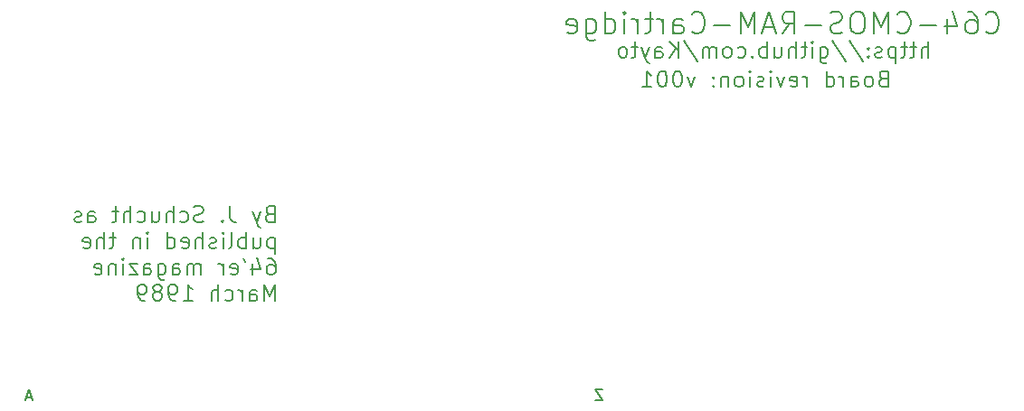
<source format=gbo>
G04 #@! TF.GenerationSoftware,KiCad,Pcbnew,(5.1.9)-1*
G04 #@! TF.CreationDate,2023-04-24T20:36:16+01:00*
G04 #@! TF.ProjectId,C64RAMCart,43363452-414d-4436-9172-742e6b696361,rev001*
G04 #@! TF.SameCoordinates,Original*
G04 #@! TF.FileFunction,Legend,Bot*
G04 #@! TF.FilePolarity,Positive*
%FSLAX46Y46*%
G04 Gerber Fmt 4.6, Leading zero omitted, Abs format (unit mm)*
G04 Created by KiCad (PCBNEW (5.1.9)-1) date 2023-04-24 20:36:16*
%MOMM*%
%LPD*%
G01*
G04 APERTURE LIST*
%ADD10C,0.200000*%
%ADD11C,0.150000*%
%ADD12O,1.702000X1.702000*%
%ADD13C,3.102000*%
%ADD14C,2.102000*%
%ADD15C,1.702000*%
%ADD16O,2.502000X2.502000*%
%ADD17O,1.802000X1.802000*%
%ADD18C,5.100000*%
%ADD19C,0.254000*%
%ADD20C,0.100000*%
G04 APERTURE END LIST*
D10*
X104902857Y-135317857D02*
X104688571Y-135389285D01*
X104617142Y-135460714D01*
X104545714Y-135603571D01*
X104545714Y-135817857D01*
X104617142Y-135960714D01*
X104688571Y-136032142D01*
X104831428Y-136103571D01*
X105402857Y-136103571D01*
X105402857Y-134603571D01*
X104902857Y-134603571D01*
X104760000Y-134675000D01*
X104688571Y-134746428D01*
X104617142Y-134889285D01*
X104617142Y-135032142D01*
X104688571Y-135175000D01*
X104760000Y-135246428D01*
X104902857Y-135317857D01*
X105402857Y-135317857D01*
X104045714Y-135103571D02*
X103688571Y-136103571D01*
X103331428Y-135103571D02*
X103688571Y-136103571D01*
X103831428Y-136460714D01*
X103902857Y-136532142D01*
X104045714Y-136603571D01*
X101188571Y-134603571D02*
X101188571Y-135675000D01*
X101260000Y-135889285D01*
X101402857Y-136032142D01*
X101617142Y-136103571D01*
X101760000Y-136103571D01*
X100474285Y-135960714D02*
X100402857Y-136032142D01*
X100474285Y-136103571D01*
X100545714Y-136032142D01*
X100474285Y-135960714D01*
X100474285Y-136103571D01*
X98688571Y-136032142D02*
X98474285Y-136103571D01*
X98117142Y-136103571D01*
X97974285Y-136032142D01*
X97902857Y-135960714D01*
X97831428Y-135817857D01*
X97831428Y-135675000D01*
X97902857Y-135532142D01*
X97974285Y-135460714D01*
X98117142Y-135389285D01*
X98402857Y-135317857D01*
X98545714Y-135246428D01*
X98617142Y-135175000D01*
X98688571Y-135032142D01*
X98688571Y-134889285D01*
X98617142Y-134746428D01*
X98545714Y-134675000D01*
X98402857Y-134603571D01*
X98045714Y-134603571D01*
X97831428Y-134675000D01*
X96545714Y-136032142D02*
X96688571Y-136103571D01*
X96974285Y-136103571D01*
X97117142Y-136032142D01*
X97188571Y-135960714D01*
X97260000Y-135817857D01*
X97260000Y-135389285D01*
X97188571Y-135246428D01*
X97117142Y-135175000D01*
X96974285Y-135103571D01*
X96688571Y-135103571D01*
X96545714Y-135175000D01*
X95902857Y-136103571D02*
X95902857Y-134603571D01*
X95260000Y-136103571D02*
X95260000Y-135317857D01*
X95331428Y-135175000D01*
X95474285Y-135103571D01*
X95688571Y-135103571D01*
X95831428Y-135175000D01*
X95902857Y-135246428D01*
X93902857Y-135103571D02*
X93902857Y-136103571D01*
X94545714Y-135103571D02*
X94545714Y-135889285D01*
X94474285Y-136032142D01*
X94331428Y-136103571D01*
X94117142Y-136103571D01*
X93974285Y-136032142D01*
X93902857Y-135960714D01*
X92545714Y-136032142D02*
X92688571Y-136103571D01*
X92974285Y-136103571D01*
X93117142Y-136032142D01*
X93188571Y-135960714D01*
X93260000Y-135817857D01*
X93260000Y-135389285D01*
X93188571Y-135246428D01*
X93117142Y-135175000D01*
X92974285Y-135103571D01*
X92688571Y-135103571D01*
X92545714Y-135175000D01*
X91902857Y-136103571D02*
X91902857Y-134603571D01*
X91260000Y-136103571D02*
X91260000Y-135317857D01*
X91331428Y-135175000D01*
X91474285Y-135103571D01*
X91688571Y-135103571D01*
X91831428Y-135175000D01*
X91902857Y-135246428D01*
X90760000Y-135103571D02*
X90188571Y-135103571D01*
X90545714Y-134603571D02*
X90545714Y-135889285D01*
X90474285Y-136032142D01*
X90331428Y-136103571D01*
X90188571Y-136103571D01*
X87902857Y-136103571D02*
X87902857Y-135317857D01*
X87974285Y-135175000D01*
X88117142Y-135103571D01*
X88402857Y-135103571D01*
X88545714Y-135175000D01*
X87902857Y-136032142D02*
X88045714Y-136103571D01*
X88402857Y-136103571D01*
X88545714Y-136032142D01*
X88617142Y-135889285D01*
X88617142Y-135746428D01*
X88545714Y-135603571D01*
X88402857Y-135532142D01*
X88045714Y-135532142D01*
X87902857Y-135460714D01*
X87260000Y-136032142D02*
X87117142Y-136103571D01*
X86831428Y-136103571D01*
X86688571Y-136032142D01*
X86617142Y-135889285D01*
X86617142Y-135817857D01*
X86688571Y-135675000D01*
X86831428Y-135603571D01*
X87045714Y-135603571D01*
X87188571Y-135532142D01*
X87260000Y-135389285D01*
X87260000Y-135317857D01*
X87188571Y-135175000D01*
X87045714Y-135103571D01*
X86831428Y-135103571D01*
X86688571Y-135175000D01*
X105402857Y-137553571D02*
X105402857Y-139053571D01*
X105402857Y-137625000D02*
X105260000Y-137553571D01*
X104974285Y-137553571D01*
X104831428Y-137625000D01*
X104760000Y-137696428D01*
X104688571Y-137839285D01*
X104688571Y-138267857D01*
X104760000Y-138410714D01*
X104831428Y-138482142D01*
X104974285Y-138553571D01*
X105260000Y-138553571D01*
X105402857Y-138482142D01*
X103402857Y-137553571D02*
X103402857Y-138553571D01*
X104045714Y-137553571D02*
X104045714Y-138339285D01*
X103974285Y-138482142D01*
X103831428Y-138553571D01*
X103617142Y-138553571D01*
X103474285Y-138482142D01*
X103402857Y-138410714D01*
X102688571Y-138553571D02*
X102688571Y-137053571D01*
X102688571Y-137625000D02*
X102545714Y-137553571D01*
X102260000Y-137553571D01*
X102117142Y-137625000D01*
X102045714Y-137696428D01*
X101974285Y-137839285D01*
X101974285Y-138267857D01*
X102045714Y-138410714D01*
X102117142Y-138482142D01*
X102260000Y-138553571D01*
X102545714Y-138553571D01*
X102688571Y-138482142D01*
X101117142Y-138553571D02*
X101260000Y-138482142D01*
X101331428Y-138339285D01*
X101331428Y-137053571D01*
X100545714Y-138553571D02*
X100545714Y-137553571D01*
X100545714Y-137053571D02*
X100617142Y-137125000D01*
X100545714Y-137196428D01*
X100474285Y-137125000D01*
X100545714Y-137053571D01*
X100545714Y-137196428D01*
X99902857Y-138482142D02*
X99760000Y-138553571D01*
X99474285Y-138553571D01*
X99331428Y-138482142D01*
X99260000Y-138339285D01*
X99260000Y-138267857D01*
X99331428Y-138125000D01*
X99474285Y-138053571D01*
X99688571Y-138053571D01*
X99831428Y-137982142D01*
X99902857Y-137839285D01*
X99902857Y-137767857D01*
X99831428Y-137625000D01*
X99688571Y-137553571D01*
X99474285Y-137553571D01*
X99331428Y-137625000D01*
X98617142Y-138553571D02*
X98617142Y-137053571D01*
X97974285Y-138553571D02*
X97974285Y-137767857D01*
X98045714Y-137625000D01*
X98188571Y-137553571D01*
X98402857Y-137553571D01*
X98545714Y-137625000D01*
X98617142Y-137696428D01*
X96688571Y-138482142D02*
X96831428Y-138553571D01*
X97117142Y-138553571D01*
X97260000Y-138482142D01*
X97331428Y-138339285D01*
X97331428Y-137767857D01*
X97260000Y-137625000D01*
X97117142Y-137553571D01*
X96831428Y-137553571D01*
X96688571Y-137625000D01*
X96617142Y-137767857D01*
X96617142Y-137910714D01*
X97331428Y-138053571D01*
X95331428Y-138553571D02*
X95331428Y-137053571D01*
X95331428Y-138482142D02*
X95474285Y-138553571D01*
X95760000Y-138553571D01*
X95902857Y-138482142D01*
X95974285Y-138410714D01*
X96045714Y-138267857D01*
X96045714Y-137839285D01*
X95974285Y-137696428D01*
X95902857Y-137625000D01*
X95760000Y-137553571D01*
X95474285Y-137553571D01*
X95331428Y-137625000D01*
X93474285Y-138553571D02*
X93474285Y-137553571D01*
X93474285Y-137053571D02*
X93545714Y-137125000D01*
X93474285Y-137196428D01*
X93402857Y-137125000D01*
X93474285Y-137053571D01*
X93474285Y-137196428D01*
X92760000Y-137553571D02*
X92760000Y-138553571D01*
X92760000Y-137696428D02*
X92688571Y-137625000D01*
X92545714Y-137553571D01*
X92331428Y-137553571D01*
X92188571Y-137625000D01*
X92117142Y-137767857D01*
X92117142Y-138553571D01*
X90474285Y-137553571D02*
X89902857Y-137553571D01*
X90260000Y-137053571D02*
X90260000Y-138339285D01*
X90188571Y-138482142D01*
X90045714Y-138553571D01*
X89902857Y-138553571D01*
X89402857Y-138553571D02*
X89402857Y-137053571D01*
X88760000Y-138553571D02*
X88760000Y-137767857D01*
X88831428Y-137625000D01*
X88974285Y-137553571D01*
X89188571Y-137553571D01*
X89331428Y-137625000D01*
X89402857Y-137696428D01*
X87474285Y-138482142D02*
X87617142Y-138553571D01*
X87902857Y-138553571D01*
X88045714Y-138482142D01*
X88117142Y-138339285D01*
X88117142Y-137767857D01*
X88045714Y-137625000D01*
X87902857Y-137553571D01*
X87617142Y-137553571D01*
X87474285Y-137625000D01*
X87402857Y-137767857D01*
X87402857Y-137910714D01*
X88117142Y-138053571D01*
X104760000Y-139503571D02*
X105045714Y-139503571D01*
X105188571Y-139575000D01*
X105260000Y-139646428D01*
X105402857Y-139860714D01*
X105474285Y-140146428D01*
X105474285Y-140717857D01*
X105402857Y-140860714D01*
X105331428Y-140932142D01*
X105188571Y-141003571D01*
X104902857Y-141003571D01*
X104760000Y-140932142D01*
X104688571Y-140860714D01*
X104617142Y-140717857D01*
X104617142Y-140360714D01*
X104688571Y-140217857D01*
X104760000Y-140146428D01*
X104902857Y-140075000D01*
X105188571Y-140075000D01*
X105331428Y-140146428D01*
X105402857Y-140217857D01*
X105474285Y-140360714D01*
X103331428Y-140003571D02*
X103331428Y-141003571D01*
X103688571Y-139432142D02*
X104045714Y-140503571D01*
X103117142Y-140503571D01*
X102474285Y-139503571D02*
X102617142Y-139789285D01*
X101260000Y-140932142D02*
X101402857Y-141003571D01*
X101688571Y-141003571D01*
X101831428Y-140932142D01*
X101902857Y-140789285D01*
X101902857Y-140217857D01*
X101831428Y-140075000D01*
X101688571Y-140003571D01*
X101402857Y-140003571D01*
X101260000Y-140075000D01*
X101188571Y-140217857D01*
X101188571Y-140360714D01*
X101902857Y-140503571D01*
X100545714Y-141003571D02*
X100545714Y-140003571D01*
X100545714Y-140289285D02*
X100474285Y-140146428D01*
X100402857Y-140075000D01*
X100260000Y-140003571D01*
X100117142Y-140003571D01*
X98474285Y-141003571D02*
X98474285Y-140003571D01*
X98474285Y-140146428D02*
X98402857Y-140075000D01*
X98260000Y-140003571D01*
X98045714Y-140003571D01*
X97902857Y-140075000D01*
X97831428Y-140217857D01*
X97831428Y-141003571D01*
X97831428Y-140217857D02*
X97760000Y-140075000D01*
X97617142Y-140003571D01*
X97402857Y-140003571D01*
X97260000Y-140075000D01*
X97188571Y-140217857D01*
X97188571Y-141003571D01*
X95831428Y-141003571D02*
X95831428Y-140217857D01*
X95902857Y-140075000D01*
X96045714Y-140003571D01*
X96331428Y-140003571D01*
X96474285Y-140075000D01*
X95831428Y-140932142D02*
X95974285Y-141003571D01*
X96331428Y-141003571D01*
X96474285Y-140932142D01*
X96545714Y-140789285D01*
X96545714Y-140646428D01*
X96474285Y-140503571D01*
X96331428Y-140432142D01*
X95974285Y-140432142D01*
X95831428Y-140360714D01*
X94474285Y-140003571D02*
X94474285Y-141217857D01*
X94545714Y-141360714D01*
X94617142Y-141432142D01*
X94760000Y-141503571D01*
X94974285Y-141503571D01*
X95117142Y-141432142D01*
X94474285Y-140932142D02*
X94617142Y-141003571D01*
X94902857Y-141003571D01*
X95045714Y-140932142D01*
X95117142Y-140860714D01*
X95188571Y-140717857D01*
X95188571Y-140289285D01*
X95117142Y-140146428D01*
X95045714Y-140075000D01*
X94902857Y-140003571D01*
X94617142Y-140003571D01*
X94474285Y-140075000D01*
X93117142Y-141003571D02*
X93117142Y-140217857D01*
X93188571Y-140075000D01*
X93331428Y-140003571D01*
X93617142Y-140003571D01*
X93760000Y-140075000D01*
X93117142Y-140932142D02*
X93260000Y-141003571D01*
X93617142Y-141003571D01*
X93760000Y-140932142D01*
X93831428Y-140789285D01*
X93831428Y-140646428D01*
X93760000Y-140503571D01*
X93617142Y-140432142D01*
X93260000Y-140432142D01*
X93117142Y-140360714D01*
X92545714Y-140003571D02*
X91760000Y-140003571D01*
X92545714Y-141003571D01*
X91760000Y-141003571D01*
X91188571Y-141003571D02*
X91188571Y-140003571D01*
X91188571Y-139503571D02*
X91260000Y-139575000D01*
X91188571Y-139646428D01*
X91117142Y-139575000D01*
X91188571Y-139503571D01*
X91188571Y-139646428D01*
X90474285Y-140003571D02*
X90474285Y-141003571D01*
X90474285Y-140146428D02*
X90402857Y-140075000D01*
X90260000Y-140003571D01*
X90045714Y-140003571D01*
X89902857Y-140075000D01*
X89831428Y-140217857D01*
X89831428Y-141003571D01*
X88545714Y-140932142D02*
X88688571Y-141003571D01*
X88974285Y-141003571D01*
X89117142Y-140932142D01*
X89188571Y-140789285D01*
X89188571Y-140217857D01*
X89117142Y-140075000D01*
X88974285Y-140003571D01*
X88688571Y-140003571D01*
X88545714Y-140075000D01*
X88474285Y-140217857D01*
X88474285Y-140360714D01*
X89188571Y-140503571D01*
X105402857Y-143453571D02*
X105402857Y-141953571D01*
X104902857Y-143025000D01*
X104402857Y-141953571D01*
X104402857Y-143453571D01*
X103045714Y-143453571D02*
X103045714Y-142667857D01*
X103117142Y-142525000D01*
X103260000Y-142453571D01*
X103545714Y-142453571D01*
X103688571Y-142525000D01*
X103045714Y-143382142D02*
X103188571Y-143453571D01*
X103545714Y-143453571D01*
X103688571Y-143382142D01*
X103760000Y-143239285D01*
X103760000Y-143096428D01*
X103688571Y-142953571D01*
X103545714Y-142882142D01*
X103188571Y-142882142D01*
X103045714Y-142810714D01*
X102331428Y-143453571D02*
X102331428Y-142453571D01*
X102331428Y-142739285D02*
X102260000Y-142596428D01*
X102188571Y-142525000D01*
X102045714Y-142453571D01*
X101902857Y-142453571D01*
X100760000Y-143382142D02*
X100902857Y-143453571D01*
X101188571Y-143453571D01*
X101331428Y-143382142D01*
X101402857Y-143310714D01*
X101474285Y-143167857D01*
X101474285Y-142739285D01*
X101402857Y-142596428D01*
X101331428Y-142525000D01*
X101188571Y-142453571D01*
X100902857Y-142453571D01*
X100760000Y-142525000D01*
X100117142Y-143453571D02*
X100117142Y-141953571D01*
X99474285Y-143453571D02*
X99474285Y-142667857D01*
X99545714Y-142525000D01*
X99688571Y-142453571D01*
X99902857Y-142453571D01*
X100045714Y-142525000D01*
X100117142Y-142596428D01*
X96831428Y-143453571D02*
X97688571Y-143453571D01*
X97260000Y-143453571D02*
X97260000Y-141953571D01*
X97402857Y-142167857D01*
X97545714Y-142310714D01*
X97688571Y-142382142D01*
X96117142Y-143453571D02*
X95831428Y-143453571D01*
X95688571Y-143382142D01*
X95617142Y-143310714D01*
X95474285Y-143096428D01*
X95402857Y-142810714D01*
X95402857Y-142239285D01*
X95474285Y-142096428D01*
X95545714Y-142025000D01*
X95688571Y-141953571D01*
X95974285Y-141953571D01*
X96117142Y-142025000D01*
X96188571Y-142096428D01*
X96260000Y-142239285D01*
X96260000Y-142596428D01*
X96188571Y-142739285D01*
X96117142Y-142810714D01*
X95974285Y-142882142D01*
X95688571Y-142882142D01*
X95545714Y-142810714D01*
X95474285Y-142739285D01*
X95402857Y-142596428D01*
X94545714Y-142596428D02*
X94688571Y-142525000D01*
X94760000Y-142453571D01*
X94831428Y-142310714D01*
X94831428Y-142239285D01*
X94760000Y-142096428D01*
X94688571Y-142025000D01*
X94545714Y-141953571D01*
X94260000Y-141953571D01*
X94117142Y-142025000D01*
X94045714Y-142096428D01*
X93974285Y-142239285D01*
X93974285Y-142310714D01*
X94045714Y-142453571D01*
X94117142Y-142525000D01*
X94260000Y-142596428D01*
X94545714Y-142596428D01*
X94688571Y-142667857D01*
X94760000Y-142739285D01*
X94831428Y-142882142D01*
X94831428Y-143167857D01*
X94760000Y-143310714D01*
X94688571Y-143382142D01*
X94545714Y-143453571D01*
X94260000Y-143453571D01*
X94117142Y-143382142D01*
X94045714Y-143310714D01*
X93974285Y-143167857D01*
X93974285Y-142882142D01*
X94045714Y-142739285D01*
X94117142Y-142667857D01*
X94260000Y-142596428D01*
X93260000Y-143453571D02*
X92974285Y-143453571D01*
X92831428Y-143382142D01*
X92760000Y-143310714D01*
X92617142Y-143096428D01*
X92545714Y-142810714D01*
X92545714Y-142239285D01*
X92617142Y-142096428D01*
X92688571Y-142025000D01*
X92831428Y-141953571D01*
X93117142Y-141953571D01*
X93260000Y-142025000D01*
X93331428Y-142096428D01*
X93402857Y-142239285D01*
X93402857Y-142596428D01*
X93331428Y-142739285D01*
X93260000Y-142810714D01*
X93117142Y-142882142D01*
X92831428Y-142882142D01*
X92688571Y-142810714D01*
X92617142Y-142739285D01*
X92545714Y-142596428D01*
X166577857Y-120678571D02*
X166577857Y-119178571D01*
X165935000Y-120678571D02*
X165935000Y-119892857D01*
X166006428Y-119750000D01*
X166149285Y-119678571D01*
X166363571Y-119678571D01*
X166506428Y-119750000D01*
X166577857Y-119821428D01*
X165435000Y-119678571D02*
X164863571Y-119678571D01*
X165220714Y-119178571D02*
X165220714Y-120464285D01*
X165149285Y-120607142D01*
X165006428Y-120678571D01*
X164863571Y-120678571D01*
X164577857Y-119678571D02*
X164006428Y-119678571D01*
X164363571Y-119178571D02*
X164363571Y-120464285D01*
X164292142Y-120607142D01*
X164149285Y-120678571D01*
X164006428Y-120678571D01*
X163506428Y-119678571D02*
X163506428Y-121178571D01*
X163506428Y-119750000D02*
X163363571Y-119678571D01*
X163077857Y-119678571D01*
X162935000Y-119750000D01*
X162863571Y-119821428D01*
X162792142Y-119964285D01*
X162792142Y-120392857D01*
X162863571Y-120535714D01*
X162935000Y-120607142D01*
X163077857Y-120678571D01*
X163363571Y-120678571D01*
X163506428Y-120607142D01*
X162220714Y-120607142D02*
X162077857Y-120678571D01*
X161792142Y-120678571D01*
X161649285Y-120607142D01*
X161577857Y-120464285D01*
X161577857Y-120392857D01*
X161649285Y-120250000D01*
X161792142Y-120178571D01*
X162006428Y-120178571D01*
X162149285Y-120107142D01*
X162220714Y-119964285D01*
X162220714Y-119892857D01*
X162149285Y-119750000D01*
X162006428Y-119678571D01*
X161792142Y-119678571D01*
X161649285Y-119750000D01*
X160935000Y-120535714D02*
X160863571Y-120607142D01*
X160935000Y-120678571D01*
X161006428Y-120607142D01*
X160935000Y-120535714D01*
X160935000Y-120678571D01*
X160935000Y-119750000D02*
X160863571Y-119821428D01*
X160935000Y-119892857D01*
X161006428Y-119821428D01*
X160935000Y-119750000D01*
X160935000Y-119892857D01*
X159149285Y-119107142D02*
X160435000Y-121035714D01*
X157577857Y-119107142D02*
X158863571Y-121035714D01*
X156435000Y-119678571D02*
X156435000Y-120892857D01*
X156506428Y-121035714D01*
X156577857Y-121107142D01*
X156720714Y-121178571D01*
X156935000Y-121178571D01*
X157077857Y-121107142D01*
X156435000Y-120607142D02*
X156577857Y-120678571D01*
X156863571Y-120678571D01*
X157006428Y-120607142D01*
X157077857Y-120535714D01*
X157149285Y-120392857D01*
X157149285Y-119964285D01*
X157077857Y-119821428D01*
X157006428Y-119750000D01*
X156863571Y-119678571D01*
X156577857Y-119678571D01*
X156435000Y-119750000D01*
X155720714Y-120678571D02*
X155720714Y-119678571D01*
X155720714Y-119178571D02*
X155792142Y-119250000D01*
X155720714Y-119321428D01*
X155649285Y-119250000D01*
X155720714Y-119178571D01*
X155720714Y-119321428D01*
X155220714Y-119678571D02*
X154649285Y-119678571D01*
X155006428Y-119178571D02*
X155006428Y-120464285D01*
X154935000Y-120607142D01*
X154792142Y-120678571D01*
X154649285Y-120678571D01*
X154149285Y-120678571D02*
X154149285Y-119178571D01*
X153506428Y-120678571D02*
X153506428Y-119892857D01*
X153577857Y-119750000D01*
X153720714Y-119678571D01*
X153935000Y-119678571D01*
X154077857Y-119750000D01*
X154149285Y-119821428D01*
X152149285Y-119678571D02*
X152149285Y-120678571D01*
X152792142Y-119678571D02*
X152792142Y-120464285D01*
X152720714Y-120607142D01*
X152577857Y-120678571D01*
X152363571Y-120678571D01*
X152220714Y-120607142D01*
X152149285Y-120535714D01*
X151435000Y-120678571D02*
X151435000Y-119178571D01*
X151435000Y-119750000D02*
X151292142Y-119678571D01*
X151006428Y-119678571D01*
X150863571Y-119750000D01*
X150792142Y-119821428D01*
X150720714Y-119964285D01*
X150720714Y-120392857D01*
X150792142Y-120535714D01*
X150863571Y-120607142D01*
X151006428Y-120678571D01*
X151292142Y-120678571D01*
X151435000Y-120607142D01*
X150077857Y-120535714D02*
X150006428Y-120607142D01*
X150077857Y-120678571D01*
X150149285Y-120607142D01*
X150077857Y-120535714D01*
X150077857Y-120678571D01*
X148720714Y-120607142D02*
X148863571Y-120678571D01*
X149149285Y-120678571D01*
X149292142Y-120607142D01*
X149363571Y-120535714D01*
X149435000Y-120392857D01*
X149435000Y-119964285D01*
X149363571Y-119821428D01*
X149292142Y-119750000D01*
X149149285Y-119678571D01*
X148863571Y-119678571D01*
X148720714Y-119750000D01*
X147863571Y-120678571D02*
X148006428Y-120607142D01*
X148077857Y-120535714D01*
X148149285Y-120392857D01*
X148149285Y-119964285D01*
X148077857Y-119821428D01*
X148006428Y-119750000D01*
X147863571Y-119678571D01*
X147649285Y-119678571D01*
X147506428Y-119750000D01*
X147435000Y-119821428D01*
X147363571Y-119964285D01*
X147363571Y-120392857D01*
X147435000Y-120535714D01*
X147506428Y-120607142D01*
X147649285Y-120678571D01*
X147863571Y-120678571D01*
X146720714Y-120678571D02*
X146720714Y-119678571D01*
X146720714Y-119821428D02*
X146649285Y-119750000D01*
X146506428Y-119678571D01*
X146292142Y-119678571D01*
X146149285Y-119750000D01*
X146077857Y-119892857D01*
X146077857Y-120678571D01*
X146077857Y-119892857D02*
X146006428Y-119750000D01*
X145863571Y-119678571D01*
X145649285Y-119678571D01*
X145506428Y-119750000D01*
X145435000Y-119892857D01*
X145435000Y-120678571D01*
X143649285Y-119107142D02*
X144935000Y-121035714D01*
X143149285Y-120678571D02*
X143149285Y-119178571D01*
X142292142Y-120678571D02*
X142935000Y-119821428D01*
X142292142Y-119178571D02*
X143149285Y-120035714D01*
X141006428Y-120678571D02*
X141006428Y-119892857D01*
X141077857Y-119750000D01*
X141220714Y-119678571D01*
X141506428Y-119678571D01*
X141649285Y-119750000D01*
X141006428Y-120607142D02*
X141149285Y-120678571D01*
X141506428Y-120678571D01*
X141649285Y-120607142D01*
X141720714Y-120464285D01*
X141720714Y-120321428D01*
X141649285Y-120178571D01*
X141506428Y-120107142D01*
X141149285Y-120107142D01*
X141006428Y-120035714D01*
X140435000Y-119678571D02*
X140077857Y-120678571D01*
X139720714Y-119678571D02*
X140077857Y-120678571D01*
X140220714Y-121035714D01*
X140292142Y-121107142D01*
X140435000Y-121178571D01*
X139363571Y-119678571D02*
X138792142Y-119678571D01*
X139149285Y-119178571D02*
X139149285Y-120464285D01*
X139077857Y-120607142D01*
X138935000Y-120678571D01*
X138792142Y-120678571D01*
X138077857Y-120678571D02*
X138220714Y-120607142D01*
X138292142Y-120535714D01*
X138363571Y-120392857D01*
X138363571Y-119964285D01*
X138292142Y-119821428D01*
X138220714Y-119750000D01*
X138077857Y-119678571D01*
X137863571Y-119678571D01*
X137720714Y-119750000D01*
X137649285Y-119821428D01*
X137577857Y-119964285D01*
X137577857Y-120392857D01*
X137649285Y-120535714D01*
X137720714Y-120607142D01*
X137863571Y-120678571D01*
X138077857Y-120678571D01*
X171940000Y-118214285D02*
X172035238Y-118309523D01*
X172320952Y-118404761D01*
X172511428Y-118404761D01*
X172797142Y-118309523D01*
X172987619Y-118119047D01*
X173082857Y-117928571D01*
X173178095Y-117547619D01*
X173178095Y-117261904D01*
X173082857Y-116880952D01*
X172987619Y-116690476D01*
X172797142Y-116500000D01*
X172511428Y-116404761D01*
X172320952Y-116404761D01*
X172035238Y-116500000D01*
X171940000Y-116595238D01*
X170225714Y-116404761D02*
X170606666Y-116404761D01*
X170797142Y-116500000D01*
X170892380Y-116595238D01*
X171082857Y-116880952D01*
X171178095Y-117261904D01*
X171178095Y-118023809D01*
X171082857Y-118214285D01*
X170987619Y-118309523D01*
X170797142Y-118404761D01*
X170416190Y-118404761D01*
X170225714Y-118309523D01*
X170130476Y-118214285D01*
X170035238Y-118023809D01*
X170035238Y-117547619D01*
X170130476Y-117357142D01*
X170225714Y-117261904D01*
X170416190Y-117166666D01*
X170797142Y-117166666D01*
X170987619Y-117261904D01*
X171082857Y-117357142D01*
X171178095Y-117547619D01*
X168320952Y-117071428D02*
X168320952Y-118404761D01*
X168797142Y-116309523D02*
X169273333Y-117738095D01*
X168035238Y-117738095D01*
X167273333Y-117642857D02*
X165749523Y-117642857D01*
X163654285Y-118214285D02*
X163749523Y-118309523D01*
X164035238Y-118404761D01*
X164225714Y-118404761D01*
X164511428Y-118309523D01*
X164701904Y-118119047D01*
X164797142Y-117928571D01*
X164892380Y-117547619D01*
X164892380Y-117261904D01*
X164797142Y-116880952D01*
X164701904Y-116690476D01*
X164511428Y-116500000D01*
X164225714Y-116404761D01*
X164035238Y-116404761D01*
X163749523Y-116500000D01*
X163654285Y-116595238D01*
X162797142Y-118404761D02*
X162797142Y-116404761D01*
X162130476Y-117833333D01*
X161463809Y-116404761D01*
X161463809Y-118404761D01*
X160130476Y-116404761D02*
X159749523Y-116404761D01*
X159559047Y-116500000D01*
X159368571Y-116690476D01*
X159273333Y-117071428D01*
X159273333Y-117738095D01*
X159368571Y-118119047D01*
X159559047Y-118309523D01*
X159749523Y-118404761D01*
X160130476Y-118404761D01*
X160320952Y-118309523D01*
X160511428Y-118119047D01*
X160606666Y-117738095D01*
X160606666Y-117071428D01*
X160511428Y-116690476D01*
X160320952Y-116500000D01*
X160130476Y-116404761D01*
X158511428Y-118309523D02*
X158225714Y-118404761D01*
X157749523Y-118404761D01*
X157559047Y-118309523D01*
X157463809Y-118214285D01*
X157368571Y-118023809D01*
X157368571Y-117833333D01*
X157463809Y-117642857D01*
X157559047Y-117547619D01*
X157749523Y-117452380D01*
X158130476Y-117357142D01*
X158320952Y-117261904D01*
X158416190Y-117166666D01*
X158511428Y-116976190D01*
X158511428Y-116785714D01*
X158416190Y-116595238D01*
X158320952Y-116500000D01*
X158130476Y-116404761D01*
X157654285Y-116404761D01*
X157368571Y-116500000D01*
X156511428Y-117642857D02*
X154987619Y-117642857D01*
X152892380Y-118404761D02*
X153559047Y-117452380D01*
X154035238Y-118404761D02*
X154035238Y-116404761D01*
X153273333Y-116404761D01*
X153082857Y-116500000D01*
X152987619Y-116595238D01*
X152892380Y-116785714D01*
X152892380Y-117071428D01*
X152987619Y-117261904D01*
X153082857Y-117357142D01*
X153273333Y-117452380D01*
X154035238Y-117452380D01*
X152130476Y-117833333D02*
X151178095Y-117833333D01*
X152320952Y-118404761D02*
X151654285Y-116404761D01*
X150987619Y-118404761D01*
X150320952Y-118404761D02*
X150320952Y-116404761D01*
X149654285Y-117833333D01*
X148987619Y-116404761D01*
X148987619Y-118404761D01*
X148035238Y-117642857D02*
X146511428Y-117642857D01*
X144416190Y-118214285D02*
X144511428Y-118309523D01*
X144797142Y-118404761D01*
X144987619Y-118404761D01*
X145273333Y-118309523D01*
X145463809Y-118119047D01*
X145559047Y-117928571D01*
X145654285Y-117547619D01*
X145654285Y-117261904D01*
X145559047Y-116880952D01*
X145463809Y-116690476D01*
X145273333Y-116500000D01*
X144987619Y-116404761D01*
X144797142Y-116404761D01*
X144511428Y-116500000D01*
X144416190Y-116595238D01*
X142701904Y-118404761D02*
X142701904Y-117357142D01*
X142797142Y-117166666D01*
X142987619Y-117071428D01*
X143368571Y-117071428D01*
X143559047Y-117166666D01*
X142701904Y-118309523D02*
X142892380Y-118404761D01*
X143368571Y-118404761D01*
X143559047Y-118309523D01*
X143654285Y-118119047D01*
X143654285Y-117928571D01*
X143559047Y-117738095D01*
X143368571Y-117642857D01*
X142892380Y-117642857D01*
X142701904Y-117547619D01*
X141749523Y-118404761D02*
X141749523Y-117071428D01*
X141749523Y-117452380D02*
X141654285Y-117261904D01*
X141559047Y-117166666D01*
X141368571Y-117071428D01*
X141178095Y-117071428D01*
X140797142Y-117071428D02*
X140035238Y-117071428D01*
X140511428Y-116404761D02*
X140511428Y-118119047D01*
X140416190Y-118309523D01*
X140225714Y-118404761D01*
X140035238Y-118404761D01*
X139368571Y-118404761D02*
X139368571Y-117071428D01*
X139368571Y-117452380D02*
X139273333Y-117261904D01*
X139178095Y-117166666D01*
X138987619Y-117071428D01*
X138797142Y-117071428D01*
X138130476Y-118404761D02*
X138130476Y-117071428D01*
X138130476Y-116404761D02*
X138225714Y-116500000D01*
X138130476Y-116595238D01*
X138035238Y-116500000D01*
X138130476Y-116404761D01*
X138130476Y-116595238D01*
X136320952Y-118404761D02*
X136320952Y-116404761D01*
X136320952Y-118309523D02*
X136511428Y-118404761D01*
X136892380Y-118404761D01*
X137082857Y-118309523D01*
X137178095Y-118214285D01*
X137273333Y-118023809D01*
X137273333Y-117452380D01*
X137178095Y-117261904D01*
X137082857Y-117166666D01*
X136892380Y-117071428D01*
X136511428Y-117071428D01*
X136320952Y-117166666D01*
X134511428Y-117071428D02*
X134511428Y-118690476D01*
X134606666Y-118880952D01*
X134701904Y-118976190D01*
X134892380Y-119071428D01*
X135178095Y-119071428D01*
X135368571Y-118976190D01*
X134511428Y-118309523D02*
X134701904Y-118404761D01*
X135082857Y-118404761D01*
X135273333Y-118309523D01*
X135368571Y-118214285D01*
X135463809Y-118023809D01*
X135463809Y-117452380D01*
X135368571Y-117261904D01*
X135273333Y-117166666D01*
X135082857Y-117071428D01*
X134701904Y-117071428D01*
X134511428Y-117166666D01*
X132797142Y-118309523D02*
X132987619Y-118404761D01*
X133368571Y-118404761D01*
X133559047Y-118309523D01*
X133654285Y-118119047D01*
X133654285Y-117357142D01*
X133559047Y-117166666D01*
X133368571Y-117071428D01*
X132987619Y-117071428D01*
X132797142Y-117166666D01*
X132701904Y-117357142D01*
X132701904Y-117547619D01*
X133654285Y-117738095D01*
X162302857Y-122642857D02*
X162088571Y-122714285D01*
X162017142Y-122785714D01*
X161945714Y-122928571D01*
X161945714Y-123142857D01*
X162017142Y-123285714D01*
X162088571Y-123357142D01*
X162231428Y-123428571D01*
X162802857Y-123428571D01*
X162802857Y-121928571D01*
X162302857Y-121928571D01*
X162160000Y-122000000D01*
X162088571Y-122071428D01*
X162017142Y-122214285D01*
X162017142Y-122357142D01*
X162088571Y-122500000D01*
X162160000Y-122571428D01*
X162302857Y-122642857D01*
X162802857Y-122642857D01*
X161088571Y-123428571D02*
X161231428Y-123357142D01*
X161302857Y-123285714D01*
X161374285Y-123142857D01*
X161374285Y-122714285D01*
X161302857Y-122571428D01*
X161231428Y-122500000D01*
X161088571Y-122428571D01*
X160874285Y-122428571D01*
X160731428Y-122500000D01*
X160660000Y-122571428D01*
X160588571Y-122714285D01*
X160588571Y-123142857D01*
X160660000Y-123285714D01*
X160731428Y-123357142D01*
X160874285Y-123428571D01*
X161088571Y-123428571D01*
X159302857Y-123428571D02*
X159302857Y-122642857D01*
X159374285Y-122500000D01*
X159517142Y-122428571D01*
X159802857Y-122428571D01*
X159945714Y-122500000D01*
X159302857Y-123357142D02*
X159445714Y-123428571D01*
X159802857Y-123428571D01*
X159945714Y-123357142D01*
X160017142Y-123214285D01*
X160017142Y-123071428D01*
X159945714Y-122928571D01*
X159802857Y-122857142D01*
X159445714Y-122857142D01*
X159302857Y-122785714D01*
X158588571Y-123428571D02*
X158588571Y-122428571D01*
X158588571Y-122714285D02*
X158517142Y-122571428D01*
X158445714Y-122500000D01*
X158302857Y-122428571D01*
X158160000Y-122428571D01*
X157017142Y-123428571D02*
X157017142Y-121928571D01*
X157017142Y-123357142D02*
X157160000Y-123428571D01*
X157445714Y-123428571D01*
X157588571Y-123357142D01*
X157660000Y-123285714D01*
X157731428Y-123142857D01*
X157731428Y-122714285D01*
X157660000Y-122571428D01*
X157588571Y-122500000D01*
X157445714Y-122428571D01*
X157160000Y-122428571D01*
X157017142Y-122500000D01*
X155160000Y-123428571D02*
X155160000Y-122428571D01*
X155160000Y-122714285D02*
X155088571Y-122571428D01*
X155017142Y-122500000D01*
X154874285Y-122428571D01*
X154731428Y-122428571D01*
X153660000Y-123357142D02*
X153802857Y-123428571D01*
X154088571Y-123428571D01*
X154231428Y-123357142D01*
X154302857Y-123214285D01*
X154302857Y-122642857D01*
X154231428Y-122500000D01*
X154088571Y-122428571D01*
X153802857Y-122428571D01*
X153660000Y-122500000D01*
X153588571Y-122642857D01*
X153588571Y-122785714D01*
X154302857Y-122928571D01*
X153088571Y-122428571D02*
X152731428Y-123428571D01*
X152374285Y-122428571D01*
X151802857Y-123428571D02*
X151802857Y-122428571D01*
X151802857Y-121928571D02*
X151874285Y-122000000D01*
X151802857Y-122071428D01*
X151731428Y-122000000D01*
X151802857Y-121928571D01*
X151802857Y-122071428D01*
X151160000Y-123357142D02*
X151017142Y-123428571D01*
X150731428Y-123428571D01*
X150588571Y-123357142D01*
X150517142Y-123214285D01*
X150517142Y-123142857D01*
X150588571Y-123000000D01*
X150731428Y-122928571D01*
X150945714Y-122928571D01*
X151088571Y-122857142D01*
X151160000Y-122714285D01*
X151160000Y-122642857D01*
X151088571Y-122500000D01*
X150945714Y-122428571D01*
X150731428Y-122428571D01*
X150588571Y-122500000D01*
X149874285Y-123428571D02*
X149874285Y-122428571D01*
X149874285Y-121928571D02*
X149945714Y-122000000D01*
X149874285Y-122071428D01*
X149802857Y-122000000D01*
X149874285Y-121928571D01*
X149874285Y-122071428D01*
X148945714Y-123428571D02*
X149088571Y-123357142D01*
X149160000Y-123285714D01*
X149231428Y-123142857D01*
X149231428Y-122714285D01*
X149160000Y-122571428D01*
X149088571Y-122500000D01*
X148945714Y-122428571D01*
X148731428Y-122428571D01*
X148588571Y-122500000D01*
X148517142Y-122571428D01*
X148445714Y-122714285D01*
X148445714Y-123142857D01*
X148517142Y-123285714D01*
X148588571Y-123357142D01*
X148731428Y-123428571D01*
X148945714Y-123428571D01*
X147802857Y-122428571D02*
X147802857Y-123428571D01*
X147802857Y-122571428D02*
X147731428Y-122500000D01*
X147588571Y-122428571D01*
X147374285Y-122428571D01*
X147231428Y-122500000D01*
X147160000Y-122642857D01*
X147160000Y-123428571D01*
X146445714Y-123285714D02*
X146374285Y-123357142D01*
X146445714Y-123428571D01*
X146517142Y-123357142D01*
X146445714Y-123285714D01*
X146445714Y-123428571D01*
X146445714Y-122500000D02*
X146374285Y-122571428D01*
X146445714Y-122642857D01*
X146517142Y-122571428D01*
X146445714Y-122500000D01*
X146445714Y-122642857D01*
X144731428Y-122428571D02*
X144374285Y-123428571D01*
X144017142Y-122428571D01*
X143160000Y-121928571D02*
X143017142Y-121928571D01*
X142874285Y-122000000D01*
X142802857Y-122071428D01*
X142731428Y-122214285D01*
X142660000Y-122500000D01*
X142660000Y-122857142D01*
X142731428Y-123142857D01*
X142802857Y-123285714D01*
X142874285Y-123357142D01*
X143017142Y-123428571D01*
X143160000Y-123428571D01*
X143302857Y-123357142D01*
X143374285Y-123285714D01*
X143445714Y-123142857D01*
X143517142Y-122857142D01*
X143517142Y-122500000D01*
X143445714Y-122214285D01*
X143374285Y-122071428D01*
X143302857Y-122000000D01*
X143160000Y-121928571D01*
X141731428Y-121928571D02*
X141588571Y-121928571D01*
X141445714Y-122000000D01*
X141374285Y-122071428D01*
X141302857Y-122214285D01*
X141231428Y-122500000D01*
X141231428Y-122857142D01*
X141302857Y-123142857D01*
X141374285Y-123285714D01*
X141445714Y-123357142D01*
X141588571Y-123428571D01*
X141731428Y-123428571D01*
X141874285Y-123357142D01*
X141945714Y-123285714D01*
X142017142Y-123142857D01*
X142088571Y-122857142D01*
X142088571Y-122500000D01*
X142017142Y-122214285D01*
X141945714Y-122071428D01*
X141874285Y-122000000D01*
X141731428Y-121928571D01*
X139802857Y-123428571D02*
X140660000Y-123428571D01*
X140231428Y-123428571D02*
X140231428Y-121928571D01*
X140374285Y-122142857D01*
X140517142Y-122285714D01*
X140660000Y-122357142D01*
D11*
X82603095Y-152518666D02*
X82126904Y-152518666D01*
X82698333Y-152804380D02*
X82365000Y-151804380D01*
X82031666Y-152804380D01*
X136038333Y-151804380D02*
X135371666Y-151804380D01*
X136038333Y-152804380D01*
X135371666Y-152804380D01*
%LPC*%
D12*
X106104001Y-30470001D03*
X139124001Y-45710001D03*
X108644001Y-30470001D03*
X136584001Y-45710001D03*
X111184001Y-30470001D03*
X134044001Y-45710001D03*
X113724001Y-30470001D03*
X131504001Y-45710001D03*
X116264001Y-30470001D03*
X128964001Y-45710001D03*
X118804001Y-30470001D03*
X126424001Y-45710001D03*
X121344001Y-30470001D03*
X123884001Y-45710001D03*
X123884001Y-30470001D03*
X121344001Y-45710001D03*
X126424001Y-30470001D03*
X118804001Y-45710001D03*
X128964001Y-30470001D03*
X116264001Y-45710001D03*
X131504001Y-30470001D03*
X113724001Y-45710001D03*
X134044001Y-30470001D03*
X111184001Y-45710001D03*
X136584001Y-30470001D03*
X108644001Y-45710001D03*
X139124001Y-30470001D03*
G36*
G01*
X106904001Y-46561001D02*
X105304001Y-46561001D01*
G75*
G02*
X105253001Y-46510001I0J51000D01*
G01*
X105253001Y-44910001D01*
G75*
G02*
X105304001Y-44859001I51000J0D01*
G01*
X106904001Y-44859001D01*
G75*
G02*
X106955001Y-44910001I0J-51000D01*
G01*
X106955001Y-46510001D01*
G75*
G02*
X106904001Y-46561001I-51000J0D01*
G01*
G37*
X157822998Y-30470001D03*
X190842998Y-45710001D03*
X160362998Y-30470001D03*
X188302998Y-45710001D03*
X162902998Y-30470001D03*
X185762998Y-45710001D03*
X165442998Y-30470001D03*
X183222998Y-45710001D03*
X167982998Y-30470001D03*
X180682998Y-45710001D03*
X170522998Y-30470001D03*
X178142998Y-45710001D03*
X173062998Y-30470001D03*
X175602998Y-45710001D03*
X175602998Y-30470001D03*
X173062998Y-45710001D03*
X178142998Y-30470001D03*
X170522998Y-45710001D03*
X180682998Y-30470001D03*
X167982998Y-45710001D03*
X183222998Y-30470001D03*
X165442998Y-45710001D03*
X185762998Y-30470001D03*
X162902998Y-45710001D03*
X188302998Y-30470001D03*
X160362998Y-45710001D03*
X190842998Y-30470001D03*
G36*
G01*
X158622998Y-46561001D02*
X157022998Y-46561001D01*
G75*
G02*
X156971998Y-46510001I0J51000D01*
G01*
X156971998Y-44910001D01*
G75*
G02*
X157022998Y-44859001I51000J0D01*
G01*
X158622998Y-44859001D01*
G75*
G02*
X158673998Y-44910001I0J-51000D01*
G01*
X158673998Y-46510001D01*
G75*
G02*
X158622998Y-46561001I-51000J0D01*
G01*
G37*
X118269999Y-87475000D03*
X115729999Y-87475000D03*
X113189999Y-87475000D03*
X110649999Y-87475000D03*
X108109999Y-87475000D03*
X105569999Y-87475000D03*
X103029999Y-87475000D03*
X100489999Y-87475000D03*
G36*
G01*
X97098999Y-88275000D02*
X97098999Y-86675000D01*
G75*
G02*
X97149999Y-86624000I51000J0D01*
G01*
X98749999Y-86624000D01*
G75*
G02*
X98800999Y-86675000I0J-51000D01*
G01*
X98800999Y-88275000D01*
G75*
G02*
X98749999Y-88326000I-51000J0D01*
G01*
X97149999Y-88326000D01*
G75*
G02*
X97098999Y-88275000I0J51000D01*
G01*
G37*
G36*
G01*
X214930000Y-117970000D02*
X214930000Y-120970000D01*
G75*
G02*
X214879000Y-121021000I-51000J0D01*
G01*
X211879000Y-121021000D01*
G75*
G02*
X211828000Y-120970000I0J51000D01*
G01*
X211828000Y-117970000D01*
G75*
G02*
X211879000Y-117919000I51000J0D01*
G01*
X214879000Y-117919000D01*
G75*
G02*
X214930000Y-117970000I0J-51000D01*
G01*
G37*
D13*
X192889000Y-119470000D03*
D14*
X199744000Y-38080000D03*
X199744000Y-33580000D03*
X206244000Y-38080000D03*
X206244000Y-33580000D03*
D15*
X85879000Y-47420000D03*
X90879000Y-47420000D03*
X119819000Y-114215000D03*
X124819000Y-114215000D03*
D16*
X200769000Y-100470000D03*
G36*
G01*
X212180000Y-99270000D02*
X212180000Y-101670000D01*
G75*
G02*
X212129000Y-101721000I-51000J0D01*
G01*
X209729000Y-101721000D01*
G75*
G02*
X209678000Y-101670000I0J51000D01*
G01*
X209678000Y-99270000D01*
G75*
G02*
X209729000Y-99219000I51000J0D01*
G01*
X212129000Y-99219000D01*
G75*
G02*
X212180000Y-99270000I0J-51000D01*
G01*
G37*
G36*
G01*
X176879000Y-124996000D02*
X174479000Y-124996000D01*
G75*
G02*
X174428000Y-124945000I0J51000D01*
G01*
X174428000Y-122545000D01*
G75*
G02*
X174479000Y-122494000I51000J0D01*
G01*
X176879000Y-122494000D01*
G75*
G02*
X176930000Y-122545000I0J-51000D01*
G01*
X176930000Y-124945000D01*
G75*
G02*
X176879000Y-124996000I-51000J0D01*
G01*
G37*
X175679000Y-113585000D03*
D15*
X182754000Y-122645000D03*
D12*
X182754000Y-115025000D03*
G36*
G01*
X204124000Y-90071000D02*
X202424000Y-90071000D01*
G75*
G02*
X202373000Y-90020000I0J51000D01*
G01*
X202373000Y-88320000D01*
G75*
G02*
X202424000Y-88269000I51000J0D01*
G01*
X204124000Y-88269000D01*
G75*
G02*
X204175000Y-88320000I0J-51000D01*
G01*
X204175000Y-90020000D01*
G75*
G02*
X204124000Y-90071000I-51000J0D01*
G01*
G37*
D17*
X205814000Y-89170000D03*
X208354000Y-89170000D03*
G36*
G01*
X96619000Y-125136000D02*
X95019000Y-125136000D01*
G75*
G02*
X94968000Y-125085000I0J51000D01*
G01*
X94968000Y-123485000D01*
G75*
G02*
X95019000Y-123434000I51000J0D01*
G01*
X96619000Y-123434000D01*
G75*
G02*
X96670000Y-123485000I0J-51000D01*
G01*
X96670000Y-125085000D01*
G75*
G02*
X96619000Y-125136000I-51000J0D01*
G01*
G37*
D12*
X111059000Y-116665000D03*
X98359000Y-124285000D03*
X108519000Y-116665000D03*
X100899000Y-124285000D03*
X105979000Y-116665000D03*
X103439000Y-124285000D03*
X103439000Y-116665000D03*
X105979000Y-124285000D03*
X100899000Y-116665000D03*
X108519000Y-124285000D03*
X98359000Y-116665000D03*
X111059000Y-124285000D03*
X95819000Y-116665000D03*
D15*
X119819000Y-119195000D03*
X124819000Y-119195000D03*
D12*
X212679000Y-113340000D03*
D15*
X212679000Y-105720000D03*
X84879000Y-80720000D03*
D12*
X92499000Y-80720000D03*
G36*
G01*
X97539000Y-81456000D02*
X95939000Y-81456000D01*
G75*
G02*
X95888000Y-81405000I0J51000D01*
G01*
X95888000Y-79805000D01*
G75*
G02*
X95939000Y-79754000I51000J0D01*
G01*
X97539000Y-79754000D01*
G75*
G02*
X97590000Y-79805000I0J-51000D01*
G01*
X97590000Y-81405000D01*
G75*
G02*
X97539000Y-81456000I-51000J0D01*
G01*
G37*
X96739000Y-78065000D03*
X96739000Y-75525000D03*
X96739000Y-72985000D03*
X96739000Y-70445000D03*
X96739000Y-67905000D03*
X96739000Y-65365000D03*
X96739000Y-62825000D03*
X96739000Y-60285000D03*
D17*
X91960000Y-33580000D03*
X94500000Y-33580000D03*
G36*
G01*
X96190000Y-32679000D02*
X97890000Y-32679000D01*
G75*
G02*
X97941000Y-32730000I0J-51000D01*
G01*
X97941000Y-34430000D01*
G75*
G02*
X97890000Y-34481000I-51000J0D01*
G01*
X96190000Y-34481000D01*
G75*
G02*
X96139000Y-34430000I0J51000D01*
G01*
X96139000Y-32730000D01*
G75*
G02*
X96190000Y-32679000I51000J0D01*
G01*
G37*
G36*
G01*
X83778000Y-58545000D02*
X83778000Y-56945000D01*
G75*
G02*
X83829000Y-56894000I51000J0D01*
G01*
X85429000Y-56894000D01*
G75*
G02*
X85480000Y-56945000I0J-51000D01*
G01*
X85480000Y-58545000D01*
G75*
G02*
X85429000Y-58596000I-51000J0D01*
G01*
X83829000Y-58596000D01*
G75*
G02*
X83778000Y-58545000I0J51000D01*
G01*
G37*
D12*
X92249000Y-75525000D03*
X84629000Y-60285000D03*
X92249000Y-72985000D03*
X84629000Y-62825000D03*
X92249000Y-70445000D03*
X84629000Y-65365000D03*
X92249000Y-67905000D03*
X84629000Y-67905000D03*
X92249000Y-65365000D03*
X84629000Y-70445000D03*
X92249000Y-62825000D03*
X84629000Y-72985000D03*
X92249000Y-60285000D03*
X84629000Y-75525000D03*
X92249000Y-57745000D03*
G36*
G01*
X135409000Y-126636000D02*
X133809000Y-126636000D01*
G75*
G02*
X133758000Y-126585000I0J51000D01*
G01*
X133758000Y-124985000D01*
G75*
G02*
X133809000Y-124934000I51000J0D01*
G01*
X135409000Y-124934000D01*
G75*
G02*
X135460000Y-124985000I0J-51000D01*
G01*
X135460000Y-126585000D01*
G75*
G02*
X135409000Y-126636000I-51000J0D01*
G01*
G37*
X167629000Y-110545000D03*
X137149000Y-125785000D03*
X165089000Y-110545000D03*
X139689000Y-125785000D03*
X162549000Y-110545000D03*
X142229000Y-125785000D03*
X160009000Y-110545000D03*
X144769000Y-125785000D03*
X157469000Y-110545000D03*
X147309000Y-125785000D03*
X154929000Y-110545000D03*
X149849000Y-125785000D03*
X152389000Y-110545000D03*
X152389000Y-125785000D03*
X149849000Y-110545000D03*
X154929000Y-125785000D03*
X147309000Y-110545000D03*
X157469000Y-125785000D03*
X144769000Y-110545000D03*
X160009000Y-125785000D03*
X142229000Y-110545000D03*
X162549000Y-125785000D03*
X139689000Y-110545000D03*
X165089000Y-125785000D03*
X137149000Y-110545000D03*
X167629000Y-125785000D03*
X134609000Y-110545000D03*
G36*
G01*
X137789999Y-90169000D02*
X139389999Y-90169000D01*
G75*
G02*
X139440999Y-90220000I0J-51000D01*
G01*
X139440999Y-91820000D01*
G75*
G02*
X139389999Y-91871000I-51000J0D01*
G01*
X137789999Y-91871000D01*
G75*
G02*
X137738999Y-91820000I0J51000D01*
G01*
X137738999Y-90220000D01*
G75*
G02*
X137789999Y-90169000I51000J0D01*
G01*
G37*
X90329999Y-106260000D03*
X136049999Y-91020000D03*
X92869999Y-106260000D03*
X133509999Y-91020000D03*
X95409999Y-106260000D03*
X130969999Y-91020000D03*
X97949999Y-106260000D03*
X128429999Y-91020000D03*
X100489999Y-106260000D03*
X125889999Y-91020000D03*
X103029999Y-106260000D03*
X123349999Y-91020000D03*
X105569999Y-106260000D03*
X120809999Y-91020000D03*
X108109999Y-106260000D03*
X118269999Y-91020000D03*
X110649999Y-106260000D03*
X115729999Y-91020000D03*
X113189999Y-106260000D03*
X113189999Y-91020000D03*
X115729999Y-106260000D03*
X110649999Y-91020000D03*
X118269999Y-106260000D03*
X108109999Y-91020000D03*
X120809999Y-106260000D03*
X105569999Y-91020000D03*
X123349999Y-106260000D03*
X103029999Y-91020000D03*
X125889999Y-106260000D03*
X100489999Y-91020000D03*
X128429999Y-106260000D03*
X97949999Y-91020000D03*
X130969999Y-106260000D03*
X95409999Y-91020000D03*
X133509999Y-106260000D03*
X92869999Y-91020000D03*
X136049999Y-106260000D03*
X90329999Y-91020000D03*
X138589999Y-106260000D03*
X193029000Y-106260000D03*
X144769000Y-91020000D03*
X190489000Y-106260000D03*
X147309000Y-91020000D03*
X187949000Y-106260000D03*
X149849000Y-91020000D03*
X185409000Y-106260000D03*
X152389000Y-91020000D03*
X182869000Y-106260000D03*
X154929000Y-91020000D03*
X180329000Y-106260000D03*
X157469000Y-91020000D03*
X177789000Y-106260000D03*
X160009000Y-91020000D03*
X175249000Y-106260000D03*
X162549000Y-91020000D03*
X172709000Y-106260000D03*
X165089000Y-91020000D03*
X170169000Y-106260000D03*
X167629000Y-91020000D03*
X167629000Y-106260000D03*
X170169000Y-91020000D03*
X165089000Y-106260000D03*
X172709000Y-91020000D03*
X162549000Y-106260000D03*
X175249000Y-91020000D03*
X160009000Y-106260000D03*
X177789000Y-91020000D03*
X157469000Y-106260000D03*
X180329000Y-91020000D03*
X154929000Y-106260000D03*
X182869000Y-91020000D03*
X152389000Y-106260000D03*
X185409000Y-91020000D03*
X149849000Y-106260000D03*
X187949000Y-91020000D03*
X147309000Y-106260000D03*
X190489000Y-91020000D03*
X144769000Y-106260000D03*
G36*
G01*
X192229000Y-90169000D02*
X193829000Y-90169000D01*
G75*
G02*
X193880000Y-90220000I0J-51000D01*
G01*
X193880000Y-91820000D01*
G75*
G02*
X193829000Y-91871000I-51000J0D01*
G01*
X192229000Y-91871000D01*
G75*
G02*
X192178000Y-91820000I0J51000D01*
G01*
X192178000Y-90220000D01*
G75*
G02*
X192229000Y-90169000I51000J0D01*
G01*
G37*
G36*
G01*
X100173001Y-51050001D02*
X100173001Y-49450001D01*
G75*
G02*
X100224001Y-49399001I51000J0D01*
G01*
X101824001Y-49399001D01*
G75*
G02*
X101875001Y-49450001I0J-51000D01*
G01*
X101875001Y-51050001D01*
G75*
G02*
X101824001Y-51101001I-51000J0D01*
G01*
X100224001Y-51101001D01*
G75*
G02*
X100173001Y-51050001I0J51000D01*
G01*
G37*
X116264001Y-83270001D03*
X101024001Y-52790001D03*
X116264001Y-80730001D03*
X101024001Y-55330001D03*
X116264001Y-78190001D03*
X101024001Y-57870001D03*
X116264001Y-75650001D03*
X101024001Y-60410001D03*
X116264001Y-73110001D03*
X101024001Y-62950001D03*
X116264001Y-70570001D03*
X101024001Y-65490001D03*
X116264001Y-68030001D03*
X101024001Y-68030001D03*
X116264001Y-65490001D03*
X101024001Y-70570001D03*
X116264001Y-62950001D03*
X101024001Y-73110001D03*
X116264001Y-60410001D03*
X101024001Y-75650001D03*
X116264001Y-57870001D03*
X101024001Y-78190001D03*
X116264001Y-55330001D03*
X101024001Y-80730001D03*
X116264001Y-52790001D03*
X101024001Y-83270001D03*
X116264001Y-50250001D03*
X135197000Y-50250001D03*
X119957000Y-83270001D03*
X135197000Y-52790001D03*
X119957000Y-80730001D03*
X135197000Y-55330001D03*
X119957000Y-78190001D03*
X135197000Y-57870001D03*
X119957000Y-75650001D03*
X135197000Y-60410001D03*
X119957000Y-73110001D03*
X135197000Y-62950001D03*
X119957000Y-70570001D03*
X135197000Y-65490001D03*
X119957000Y-68030001D03*
X135197000Y-68030001D03*
X119957000Y-65490001D03*
X135197000Y-70570001D03*
X119957000Y-62950001D03*
X135197000Y-73110001D03*
X119957000Y-60410001D03*
X135197000Y-75650001D03*
X119957000Y-57870001D03*
X135197000Y-78190001D03*
X119957000Y-55330001D03*
X135197000Y-80730001D03*
X119957000Y-52790001D03*
X135197000Y-83270001D03*
G36*
G01*
X119106000Y-51050001D02*
X119106000Y-49450001D01*
G75*
G02*
X119157000Y-49399001I51000J0D01*
G01*
X120757000Y-49399001D01*
G75*
G02*
X120808000Y-49450001I0J-51000D01*
G01*
X120808000Y-51050001D01*
G75*
G02*
X120757000Y-51101001I-51000J0D01*
G01*
X119157000Y-51101001D01*
G75*
G02*
X119106000Y-51050001I0J51000D01*
G01*
G37*
G36*
G01*
X138038999Y-51050001D02*
X138038999Y-49450001D01*
G75*
G02*
X138089999Y-49399001I51000J0D01*
G01*
X139689999Y-49399001D01*
G75*
G02*
X139740999Y-49450001I0J-51000D01*
G01*
X139740999Y-51050001D01*
G75*
G02*
X139689999Y-51101001I-51000J0D01*
G01*
X138089999Y-51101001D01*
G75*
G02*
X138038999Y-51050001I0J51000D01*
G01*
G37*
X154129999Y-83270001D03*
X138889999Y-52790001D03*
X154129999Y-80730001D03*
X138889999Y-55330001D03*
X154129999Y-78190001D03*
X138889999Y-57870001D03*
X154129999Y-75650001D03*
X138889999Y-60410001D03*
X154129999Y-73110001D03*
X138889999Y-62950001D03*
X154129999Y-70570001D03*
X138889999Y-65490001D03*
X154129999Y-68030001D03*
X138889999Y-68030001D03*
X154129999Y-65490001D03*
X138889999Y-70570001D03*
X154129999Y-62950001D03*
X138889999Y-73110001D03*
X154129999Y-60410001D03*
X138889999Y-75650001D03*
X154129999Y-57870001D03*
X138889999Y-78190001D03*
X154129999Y-55330001D03*
X138889999Y-80730001D03*
X154129999Y-52790001D03*
X138889999Y-83270001D03*
X154129999Y-50250001D03*
X173062998Y-50250001D03*
X157822998Y-83270001D03*
X173062998Y-52790001D03*
X157822998Y-80730001D03*
X173062998Y-55330001D03*
X157822998Y-78190001D03*
X173062998Y-57870001D03*
X157822998Y-75650001D03*
X173062998Y-60410001D03*
X157822998Y-73110001D03*
X173062998Y-62950001D03*
X157822998Y-70570001D03*
X173062998Y-65490001D03*
X157822998Y-68030001D03*
X173062998Y-68030001D03*
X157822998Y-65490001D03*
X173062998Y-70570001D03*
X157822998Y-62950001D03*
X173062998Y-73110001D03*
X157822998Y-60410001D03*
X173062998Y-75650001D03*
X157822998Y-57870001D03*
X173062998Y-78190001D03*
X157822998Y-55330001D03*
X173062998Y-80730001D03*
X157822998Y-52790001D03*
X173062998Y-83270001D03*
G36*
G01*
X156971998Y-51050001D02*
X156971998Y-49450001D01*
G75*
G02*
X157022998Y-49399001I51000J0D01*
G01*
X158622998Y-49399001D01*
G75*
G02*
X158673998Y-49450001I0J-51000D01*
G01*
X158673998Y-51050001D01*
G75*
G02*
X158622998Y-51101001I-51000J0D01*
G01*
X157022998Y-51101001D01*
G75*
G02*
X156971998Y-51050001I0J51000D01*
G01*
G37*
G36*
G01*
X175904997Y-51050001D02*
X175904997Y-49450001D01*
G75*
G02*
X175955997Y-49399001I51000J0D01*
G01*
X177555997Y-49399001D01*
G75*
G02*
X177606997Y-49450001I0J-51000D01*
G01*
X177606997Y-51050001D01*
G75*
G02*
X177555997Y-51101001I-51000J0D01*
G01*
X175955997Y-51101001D01*
G75*
G02*
X175904997Y-51050001I0J51000D01*
G01*
G37*
X191995997Y-83270001D03*
X176755997Y-52790001D03*
X191995997Y-80730001D03*
X176755997Y-55330001D03*
X191995997Y-78190001D03*
X176755997Y-57870001D03*
X191995997Y-75650001D03*
X176755997Y-60410001D03*
X191995997Y-73110001D03*
X176755997Y-62950001D03*
X191995997Y-70570001D03*
X176755997Y-65490001D03*
X191995997Y-68030001D03*
X176755997Y-68030001D03*
X191995997Y-65490001D03*
X176755997Y-70570001D03*
X191995997Y-62950001D03*
X176755997Y-73110001D03*
X191995997Y-60410001D03*
X176755997Y-75650001D03*
X191995997Y-57870001D03*
X176755997Y-78190001D03*
X191995997Y-55330001D03*
X176755997Y-80730001D03*
X191995997Y-52790001D03*
X176755997Y-83270001D03*
X191995997Y-50250001D03*
X210929000Y-50315000D03*
X195689000Y-83335000D03*
X210929000Y-52855000D03*
X195689000Y-80795000D03*
X210929000Y-55395000D03*
X195689000Y-78255000D03*
X210929000Y-57935000D03*
X195689000Y-75715000D03*
X210929000Y-60475000D03*
X195689000Y-73175000D03*
X210929000Y-63015000D03*
X195689000Y-70635000D03*
X210929000Y-65555000D03*
X195689000Y-68095000D03*
X210929000Y-68095000D03*
X195689000Y-65555000D03*
X210929000Y-70635000D03*
X195689000Y-63015000D03*
X210929000Y-73175000D03*
X195689000Y-60475000D03*
X210929000Y-75715000D03*
X195689000Y-57935000D03*
X210929000Y-78255000D03*
X195689000Y-55395000D03*
X210929000Y-80795000D03*
X195689000Y-52855000D03*
X210929000Y-83335000D03*
G36*
G01*
X194838000Y-51115000D02*
X194838000Y-49515000D01*
G75*
G02*
X194889000Y-49464000I51000J0D01*
G01*
X196489000Y-49464000D01*
G75*
G02*
X196540000Y-49515000I0J-51000D01*
G01*
X196540000Y-51115000D01*
G75*
G02*
X196489000Y-51166000I-51000J0D01*
G01*
X194889000Y-51166000D01*
G75*
G02*
X194838000Y-51115000I0J51000D01*
G01*
G37*
D18*
X84889000Y-31031000D03*
X212250000Y-31031000D03*
X212250000Y-127095000D03*
X84409000Y-127255000D03*
D19*
X137889400Y-161168197D02*
X137819773Y-161298459D01*
X137693420Y-161452420D01*
X137539459Y-161578773D01*
X137409197Y-161648400D01*
X80660803Y-161648400D01*
X80530541Y-161578773D01*
X80376580Y-161452420D01*
X80250227Y-161298459D01*
X80180600Y-161168197D01*
X80180600Y-152987000D01*
X137889400Y-152987000D01*
X137889400Y-161168197D01*
D20*
G36*
X137889400Y-161168197D02*
G01*
X137819773Y-161298459D01*
X137693420Y-161452420D01*
X137539459Y-161578773D01*
X137409197Y-161648400D01*
X80660803Y-161648400D01*
X80530541Y-161578773D01*
X80376580Y-161452420D01*
X80250227Y-161298459D01*
X80180600Y-161168197D01*
X80180600Y-152987000D01*
X137889400Y-152987000D01*
X137889400Y-161168197D01*
G37*
M02*

</source>
